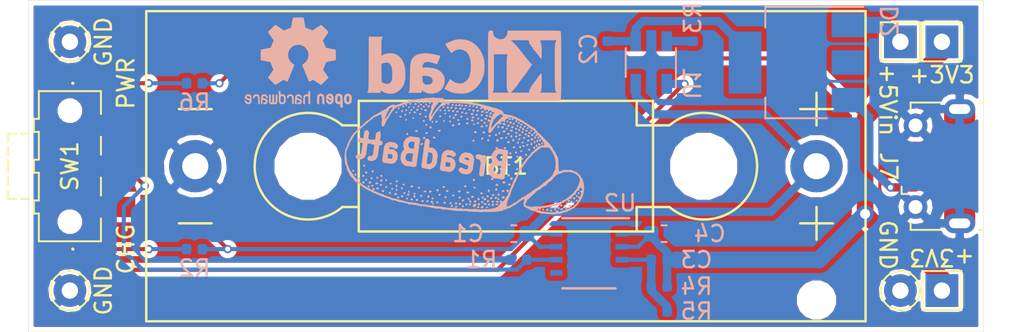
<source format=kicad_pcb>
(kicad_pcb (version 20171130) (host pcbnew 5.0.1+dfsg1-3)
  (layers (0 F.Cu signal) (31 B.Cu signal) (34 B.Paste user) (35 F.Paste user) (36 B.SilkS user) (37 F.SilkS user) (38 B.Mask user) (39 F.Mask user) (44 Edge.Cuts user))
  (net 0 "")
  (net 1 +BATT)
  (net 2 -BATT)
  (net 3 "Net-(C2-Pad2)")
  (net 4 +3V3)
  (net 5 "Net-(C3-Pad2)")
  (net 6 "Net-(D1-Pad2)")
  (net 7 "Net-(D1-Pad1)")
  (net 8 VBUS)
  (net 9 +5V)
  (net 10 "Net-(D3-Pad2)")
  (net 11 "Net-(R1-Pad2)")
  (net 12 "Net-(R3-Pad2)")
  (net 13 "Net-(U2-Pad5)")
  (net 14 "Net-(J7-Pad2)")
  (net 15 "Net-(J7-Pad4)")
  (net 16 "Net-(J7-Pad3)")
  (net 17 "Net-(SW1-Pad3)")
  (module KiCad:BHC-CR123A (layer F.Cu) (at 139.7 107.95 180)
    (fp_text reference BT1 (at 0 0 180) (layer F.SilkS))
    (fp_text value "3.7 V Li-Ion 16340")
    (pad 1 thru_hole circle (at -19 0 180) (size 3.2 3.2) (drill 1.6) (layers *.Cu *.Mask) (net 1 +BATT))
    (pad 2 thru_hole circle (at 19 0 180) (size 3.2 3.2) (drill 1.6) (layers *.Cu *.Mask) (net 2 -BATT))
    (pad "" np_thru_hole circle (at -19 -8.2 180) (size 1.8 1.8) (drill 1.8) (layers *.Cu *.Mask))
    (pad "" np_thru_hole circle (at -12.1 0 180) (size 3.5 3.5) (drill 3.5) (layers *.Cu *.Mask))
    (pad "" np_thru_hole circle (at 12.1 0 180) (size 3.5 3.5) (drill 3.5) (layers *.Cu *.Mask))
  )
  (module Capacitor_SMD:C_0603_1608Metric (layer B.Cu) (at 140.1825 112.084)
    (fp_text reference C1 (at -2.794 0) (layer B.SilkS) (effects (justify mirror)))
    (fp_text value 10u)
    (pad 1 smd roundrect (at -0.7875 0) (size 0.875 0.95) (layers B.Cu B.Paste B.Mask) (net 2 -BATT))
    (pad 2 smd roundrect (at 0.7875 0) (size 0.875 0.95) (layers B.Cu B.Paste B.Mask) (net 1 +BATT))
  )
  (module Capacitor_SMD:C_0402_1005Metric (layer B.Cu) (at 145.923 100.775 90)
    (fp_text reference C2 (at 0 -1.17 90) (layer B.SilkS) (effects (justify mirror)))
    (fp_text value 1u)
    (pad 1 smd roundrect (at -0.485 0 90) (size 0.59 0.64) (layers B.Cu B.Paste B.Mask) (net 2 -BATT))
    (pad 2 smd roundrect (at 0.485 0 90) (size 0.59 0.64) (layers B.Cu B.Paste B.Mask) (net 3 "Net-(C2-Pad2)"))
  )
  (module Capacitor_SMD:C_0402_1005Metric (layer B.Cu) (at 149.075 113.684 180)
    (fp_text reference C3 (at -2.286 0 180) (layer B.SilkS) (effects (justify mirror)))
    (fp_text value 470n)
    (pad 1 smd roundrect (at -0.485 0 180) (size 0.59 0.64) (layers B.Cu B.Paste B.Mask) (net 4 +3V3))
    (pad 2 smd roundrect (at 0.485 0 180) (size 0.59 0.64) (layers B.Cu B.Paste B.Mask) (net 5 "Net-(C3-Pad2)"))
  )
  (module Capacitor_SMD:C_0603_1608Metric (layer B.Cu) (at 149.3775 112.084)
    (fp_text reference C4 (at 2.794 0) (layer B.SilkS) (effects (justify mirror)))
    (fp_text value 10u)
    (pad 2 smd roundrect (at 0.7875 0) (size 0.875 0.95) (layers B.Cu B.Paste B.Mask) (net 2 -BATT))
    (pad 1 smd roundrect (at -0.7875 0) (size 0.875 0.95) (layers B.Cu B.Paste B.Mask) (net 4 +3V3))
  )
  (module LED_SMD:LED_0402_1005Metric (layer F.Cu) (at 114.3 113.03)
    (fp_text reference D1)
    (fp_text value "LED, Yellow")
    (pad 2 smd roundrect (at 0.485 0) (size 0.59 0.64) (layers F.Cu F.Paste F.Mask) (net 6 "Net-(D1-Pad2)"))
    (pad 1 smd roundrect (at -0.485 0) (size 0.59 0.64) (layers F.Cu F.Paste F.Mask) (net 7 "Net-(D1-Pad1)"))
  )
  (module Package_TO_SOT_SMD:SOT-223-3_TabPin2 (layer B.Cu) (at 157.48 101.6 180)
    (fp_text reference D2 (at -5.715 2.54 270) (layer B.SilkS) (effects (justify mirror)))
    (fp_text value BAT120C,115)
    (pad 2 smd rect (at 3.15 0 180) (size 2 3.8) (layers B.Cu B.Paste B.Mask) (net 3 "Net-(C2-Pad2)"))
    (pad 2 smd rect (at -3.15 0 180) (size 2 1.5) (layers B.Cu B.Paste B.Mask))
    (pad 3 smd rect (at -3.15 -2.3 180) (size 2 1.5) (layers B.Cu B.Paste B.Mask) (net 8 VBUS))
    (pad 1 smd rect (at -3.15 2.3 180) (size 2 1.5) (layers B.Cu B.Paste B.Mask) (net 9 +5V))
  )
  (module LED_SMD:LED_0402_1005Metric (layer F.Cu) (at 114.3 102.87)
    (fp_text reference D3)
    (fp_text value "LED, Green")
    (pad 1 smd roundrect (at -0.485 0) (size 0.59 0.64) (layers F.Cu F.Paste F.Mask) (net 2 -BATT))
    (pad 2 smd roundrect (at 0.485 0) (size 0.59 0.64) (layers F.Cu F.Paste F.Mask) (net 10 "Net-(D3-Pad2)"))
  )
  (module Connector_USB:USB_Micro-B_Molex-105017-0001 (layer F.Cu) (at 166.2176 107.95 90)
    (fp_text reference J7 (at 0 -3.1125 270 unlocked) (layer F.SilkS))
    (fp_text value Conn_01x05_Shielded)
    (pad SH smd rect (at 1 1.2375 90) (size 1.5 1.9) (layers F.Cu F.Paste F.Mask) (net 2 -BATT))
    (pad SH thru_hole circle (at -2.5 -1.4625 90) (size 1.45 1.45) (drill 0.85) (layers *.Cu *.Mask) (net 2 -BATT))
    (pad 2 smd rect (at -0.65 -1.4625 90) (size 0.4 1.35) (layers F.Cu F.Paste F.Mask) (net 14 "Net-(J7-Pad2)"))
    (pad 1 smd rect (at -1.3 -1.4625 90) (size 0.4 1.35) (layers F.Cu F.Paste F.Mask) (net 8 VBUS))
    (pad 5 smd rect (at 1.3 -1.4625 90) (size 0.4 1.35) (layers F.Cu F.Paste F.Mask) (net 2 -BATT))
    (pad 4 smd rect (at 0.65 -1.4625 90) (size 0.4 1.35) (layers F.Cu F.Paste F.Mask) (net 15 "Net-(J7-Pad4)"))
    (pad 3 smd rect (at 0 -1.4625 90) (size 0.4 1.35) (layers F.Cu F.Paste F.Mask) (net 16 "Net-(J7-Pad3)"))
    (pad SH thru_hole circle (at 2.5 -1.4625 90) (size 1.45 1.45) (drill 0.85) (layers *.Cu *.Mask) (net 2 -BATT))
    (pad SH smd rect (at -1 1.2375 90) (size 1.5 1.9) (layers F.Cu F.Paste F.Mask) (net 2 -BATT))
    (pad SH thru_hole oval (at -3.5 1.2375 270) (size 1.2 1.9) (drill oval 0.6 1.3) (layers *.Cu *.Mask) (net 2 -BATT))
    (pad SH thru_hole oval (at 3.5 1.2375 90) (size 1.2 1.9) (drill oval 0.6 1.3) (layers *.Cu *.Mask) (net 2 -BATT))
    (pad SH smd rect (at 2.9 1.2375 90) (size 1.2 1.9) (layers F.Cu F.Mask) (net 2 -BATT))
    (pad SH smd rect (at -2.9 1.2375 90) (size 1.2 1.9) (layers F.Cu F.Mask) (net 2 -BATT))
  )
  (module Resistor_SMD:R_0402_1005Metric (layer B.Cu) (at 140.485 113.684)
    (fp_text reference R1 (at -2.286 0) (layer B.SilkS) (effects (justify mirror)))
    (fp_text value 100k)
    (pad 2 smd roundrect (at 0.485 0) (size 0.59 0.64) (layers B.Cu B.Paste B.Mask) (net 11 "Net-(R1-Pad2)"))
    (pad 1 smd roundrect (at -0.485 0) (size 0.59 0.64) (layers B.Cu B.Paste B.Mask) (net 2 -BATT))
  )
  (module Resistor_SMD:R_0402_1005Metric (layer B.Cu) (at 120.65 113.03)
    (fp_text reference R2 (at 0 1.17) (layer B.SilkS) (effects (justify mirror)))
    (fp_text value 1k)
    (pad 2 smd roundrect (at 0.485 0) (size 0.59 0.64) (layers B.Cu B.Paste B.Mask) (net 1 +BATT))
    (pad 1 smd roundrect (at -0.485 0) (size 0.59 0.64) (layers B.Cu B.Paste B.Mask) (net 6 "Net-(D1-Pad2)"))
  )
  (module Resistor_SMD:R_0402_1005Metric (layer B.Cu) (at 151.13 100.775 90)
    (fp_text reference R3 (at 1.905 0 90) (layer B.SilkS) (effects (justify mirror)))
    (fp_text value 1k27)
    (pad 1 smd roundrect (at -0.485 0 90) (size 0.59 0.64) (layers B.Cu B.Paste B.Mask) (net 2 -BATT))
    (pad 2 smd roundrect (at 0.485 0 90) (size 0.59 0.64) (layers B.Cu B.Paste B.Mask) (net 12 "Net-(R3-Pad2)"))
  )
  (module Resistor_SMD:R_0402_1005Metric (layer B.Cu) (at 149.075 115.316)
    (fp_text reference R4 (at 2.286 0) (layer B.SilkS) (effects (justify mirror)))
    (fp_text value 5k6)
    (pad 2 smd roundrect (at 0.485 0) (size 0.59 0.64) (layers B.Cu B.Paste B.Mask) (net 4 +3V3))
    (pad 1 smd roundrect (at -0.485 0) (size 0.59 0.64) (layers B.Cu B.Paste B.Mask) (net 5 "Net-(C3-Pad2)"))
  )
  (module Resistor_SMD:R_0402_1005Metric (layer B.Cu) (at 149.075 116.84)
    (fp_text reference R5 (at 2.286 0) (layer B.SilkS) (effects (justify mirror)))
    (fp_text value 1k)
    (pad 1 smd roundrect (at -0.485 0) (size 0.59 0.64) (layers B.Cu B.Paste B.Mask) (net 2 -BATT))
    (pad 2 smd roundrect (at 0.485 0) (size 0.59 0.64) (layers B.Cu B.Paste B.Mask) (net 5 "Net-(C3-Pad2)"))
  )
  (module Resistor_SMD:R_0402_1005Metric (layer B.Cu) (at 120.65 102.87)
    (fp_text reference R6 (at 0 1.17) (layer B.SilkS) (effects (justify mirror)))
    (fp_text value 1k)
    (pad 1 smd roundrect (at -0.485 0) (size 0.59 0.64) (layers B.Cu B.Paste B.Mask) (net 10 "Net-(D3-Pad2)"))
    (pad 2 smd roundrect (at 0.485 0) (size 0.59 0.64) (layers B.Cu B.Paste B.Mask) (net 4 +3V3))
  )
  (module Package_TO_SOT_SMD:TSOT-23-5 (layer B.Cu) (at 148.59 101.6 90)
    (fp_text reference U1 (at -1.27 2.45 270 unlocked) (layer B.SilkS) (effects (justify mirror)))
    (fp_text value LTC4054ES5-4.2)
    (pad 1 smd rect (at -1.31 0.95 90) (size 1.22 0.65) (layers B.Cu B.Paste B.Mask) (net 7 "Net-(D1-Pad1)"))
    (pad 2 smd rect (at -1.31 0 90) (size 1.22 0.65) (layers B.Cu B.Paste B.Mask) (net 2 -BATT))
    (pad 3 smd rect (at -1.31 -0.95 90) (size 1.22 0.65) (layers B.Cu B.Paste B.Mask) (net 1 +BATT))
    (pad 4 smd rect (at 1.31 -0.95 90) (size 1.22 0.65) (layers B.Cu B.Paste B.Mask) (net 3 "Net-(C2-Pad2)"))
    (pad 5 smd rect (at 1.31 0.95 90) (size 1.22 0.65) (layers B.Cu B.Paste B.Mask) (net 12 "Net-(R3-Pad2)"))
  )
  (module Package_DFN_QFN:DFN-8-1EP_4x4mm_P0.8mm_EP2.5x3.6mm (layer B.Cu) (at 144.78 113.284 180)
    (fp_text reference U2 (at -1.905 3.075 180) (layer B.SilkS) (effects (justify mirror)))
    (fp_text value LD39200D)
    (pad 1 smd rect (at -2 1.2 180) (size 0.75 0.35) (layers B.Cu B.Paste B.Mask) (net 4 +3V3))
    (pad 2 smd rect (at -2 0.4 180) (size 0.75 0.35) (layers B.Cu B.Paste B.Mask) (net 4 +3V3))
    (pad 3 smd rect (at -2 -0.4 180) (size 0.75 0.35) (layers B.Cu B.Paste B.Mask) (net 5 "Net-(C3-Pad2)"))
    (pad 4 smd rect (at -2 -1.2 180) (size 0.75 0.35) (layers B.Cu B.Paste B.Mask) (net 2 -BATT))
    (pad 5 smd rect (at 2 -1.2 180) (size 0.75 0.35) (layers B.Cu B.Paste B.Mask) (net 13 "Net-(U2-Pad5)"))
    (pad 6 smd rect (at 2 -0.4 180) (size 0.75 0.35) (layers B.Cu B.Paste B.Mask) (net 11 "Net-(R1-Pad2)"))
    (pad 7 smd rect (at 2 0.4 180) (size 0.75 0.35) (layers B.Cu B.Paste B.Mask) (net 1 +BATT))
    (pad 8 smd rect (at 2 1.2 180) (size 0.75 0.35) (layers B.Cu B.Paste B.Mask) (net 1 +BATT))
    (pad 9 smd rect (at 0 0 180) (size 2.5 3.6) (layers B.Cu B.Mask) (net 2 -BATT))
  )
  (module TestPoint:TestPoint_THTPad_2.0x2.0mm_Drill1.0mm (layer F.Cu) (at 166.37 100.33 270)
    (fp_text reference J3 hide)
    (fp_text value +3V3 (at 2.032 0) (layer F.SilkS))
    (pad 1 thru_hole rect (at 0 0 270) (size 2 2) (drill 1) (layers *.Cu *.Mask) (net 4 +3V3))
  )
  (module TestPoint:TestPoint_THTPad_D2.0mm_Drill1.0mm (layer F.Cu) (at 113.03 115.57 90)
    (fp_text reference J4 hide)
    (fp_text value GND (at 0 2.05 90) (layer F.SilkS))
    (pad 1 thru_hole circle (at 0 0 90) (size 2 2) (drill 1) (layers *.Cu *.Mask) (net 2 -BATT))
  )
  (module TestPoint:TestPoint_THTPad_2.0x2.0mm_Drill1.0mm (layer F.Cu) (at 166.37 115.57 270)
    (fp_text reference J5 hide)
    (fp_text value +3V3 (at -2.032 0 180 unlocked) (layer F.SilkS))
    (pad 1 thru_hole rect (at 0 0 270) (size 2 2) (drill 1) (layers *.Cu *.Mask) (net 4 +3V3))
  )
  (module TestPoint:TestPoint_THTPad_D2.0mm_Drill1.0mm (layer F.Cu) (at 113.03 100.33 90)
    (fp_text reference J6 hide)
    (fp_text value GND (at 0 2.05 90) (layer F.SilkS))
    (pad 1 thru_hole circle (at 0 0 90) (size 2 2) (drill 1) (layers *.Cu *.Mask) (net 2 -BATT))
  )
  (module TestPoint:TestPoint_THTPad_2.0x2.0mm_Drill1.0mm (layer F.Cu) (at 163.83 100.33 270)
    (fp_text reference J1 hide)
    (fp_text value +5Vin (at 3.556 0.762 270 unlocked) (layer F.SilkS))
    (pad 1 thru_hole rect (at 0 0 270) (size 2 2) (drill 1) (layers *.Cu *.Mask) (net 9 +5V))
  )
  (module TestPoint:TestPoint_THTPad_D2.0mm_Drill1.0mm (layer F.Cu) (at 163.83 115.57 90)
    (fp_text reference J2 hide)
    (fp_text value GND (at 2.794 -0.762 270 unlocked) (layer F.SilkS))
    (pad 1 thru_hole circle (at 0 0 90) (size 2 2) (drill 1) (layers *.Cu *.Mask) (net 2 -BATT))
  )
  (module Button_Switch_SMD:SW_SPDT_CK-JS102011SAQN (layer F.Cu) (at 113.03 107.95 270)
    (fp_text reference SW1 (at 0 0 270) (layer F.SilkS))
    (fp_text value SW_SPDT)
    (pad "" np_thru_hole circle (at 3.4 0 270) (size 0.9 0.9) (drill 0.9) (layers *.Cu *.Mask))
    (pad "" np_thru_hole circle (at -3.4 0 270) (size 0.9 0.9) (drill 0.9) (layers *.Cu *.Mask))
    (pad 3 smd rect (at 2.5 -2.75 270) (size 1.25 2.5) (layers F.Cu F.Paste F.Mask) (net 17 "Net-(SW1-Pad3)"))
    (pad 2 smd rect (at 0 -2.75 270) (size 1.25 2.5) (layers F.Cu F.Paste F.Mask) (net 11 "Net-(R1-Pad2)"))
    (pad 1 smd rect (at -2.5 -2.75 270) (size 1.25 2.5) (layers F.Cu F.Paste F.Mask) (net 1 +BATT))
  )
  (module Symbol:Symbol_KiCAD-Logo_CopperAndSilkScreenTop (layer B.Cu) (at 137.16 101.6 180)
    (fp_text reference REF** hide)
    (fp_text value "KiCAD Logo" hide)
  )
  (module Symbol:OSHW-Logo2_7.3x6mm_SilkScreen (layer B.Cu) (at 127 101.6 180)
    (fp_text reference REF** hide)
    (fp_text value OSHW-Logo2_7.3x6mm_SilkScreen hide)
  )
  (module BreadBatt:BreadBatt (layer B.Cu) (at 137.16 107.315 180)
    (fp_text reference G*** hide)
    (fp_text value LOGO hide)
  )
  (gr_text BreadBatt (at 135.255 107.315 -8) (layer B.SilkS) (effects (font (size 1.524 1.27) (thickness 0.3048)) (justify mirror)))
  (gr_text CHG (at 116.459 113.03 90) (layer F.SilkS) (effects (font (size 1.016 1.016) (thickness 0.1524))))
  (gr_text PWR (at 116.459 102.87 90) (layer F.SilkS) (effects (font (size 1.016 1.016) (thickness 0.1524))))
  (gr_line (start 168.91 118.11) (end 168.91 97.79) (layer Edge.Cuts) (width 0.0254))
  (gr_line (start 110.49 118.11) (end 168.91 118.11) (layer Edge.Cuts) (width 0.0254))
  (gr_line (start 110.49 97.79) (end 110.49 118.11) (layer Edge.Cuts) (width 0.0254))
  (gr_line (start 168.91 97.79) (end 110.49 97.79) (layer Edge.Cuts) (width 0.0254))
  (segment (start 142.78 112.084) (end 140.97 112.084) (width 0.254) (layer B.Cu) (net 1))
  (segment (start 141.77 112.884) (end 140.97 112.084) (width 0.254) (layer B.Cu) (net 1))
  (segment (start 142.78 112.884) (end 141.77 112.884) (width 0.254) (layer B.Cu) (net 1))
  (segment (start 147.64 103.626522) (end 147.64 102.91) (width 0.508) (layer B.Cu) (net 1))
  (segment (start 158.7 107.95) (end 155.525 104.775) (width 0.508) (layer B.Cu) (net 1))
  (segment (start 148.788478 104.775) (end 147.64 103.626522) (width 0.508) (layer B.Cu) (net 1))
  (segment (start 155.525 104.775) (end 148.788478 104.775) (width 0.508) (layer B.Cu) (net 1))
  (segment (start 140.97 112.084) (end 142.31 110.744) (width 0.508) (layer B.Cu) (net 1))
  (segment (start 158.7 107.95) (end 155.906 110.744) (width 0.508) (layer B.Cu) (net 1))
  (segment (start 142.31 110.744) (end 154.94 110.744) (width 0.508) (layer B.Cu) (net 1))
  (segment (start 155.906 110.744) (end 154.94 110.744) (width 0.508) (layer B.Cu) (net 1))
  (segment (start 140.97 112.084) (end 140.024 113.03) (width 0.254) (layer B.Cu) (net 1))
  (segment (start 121.135 113.03) (end 122.682 113.03) (width 0.254) (layer B.Cu) (net 1))
  (segment (start 123.04121 113.03) (end 122.682 113.03) (width 0.254) (layer B.Cu) (net 1))
  (segment (start 140.024 113.03) (end 123.04121 113.03) (width 0.254) (layer B.Cu) (net 1))
  (via (at 122.682 113.03) (size 0.508) (drill 0.3048) (layers F.Cu B.Cu) (net 1))
  (segment (start 116.118 105.45) (end 115.78 105.45) (width 0.254) (layer F.Cu) (net 1))
  (segment (start 117.856 107.188) (end 116.118 105.45) (width 0.254) (layer F.Cu) (net 1))
  (segment (start 117.856 108.204) (end 117.856 107.188) (width 0.254) (layer F.Cu) (net 1))
  (segment (start 122.682 113.03) (end 117.856 108.204) (width 0.254) (layer F.Cu) (net 1))
  (segment (start 147.64 100.29) (end 145.923 100.29) (width 0.508) (layer B.Cu) (net 3))
  (segment (start 154.33 100.7) (end 154.33 101.6) (width 0.508) (layer B.Cu) (net 3))
  (segment (start 152.69 99.06) (end 154.33 100.7) (width 0.508) (layer B.Cu) (net 3))
  (segment (start 148.082 99.06) (end 152.69 99.06) (width 0.508) (layer B.Cu) (net 3))
  (segment (start 147.64 100.29) (end 147.64 99.502) (width 0.508) (layer B.Cu) (net 3))
  (segment (start 147.64 99.502) (end 148.082 99.06) (width 0.508) (layer B.Cu) (net 3))
  (segment (start 146.78 112.084) (end 148.59 112.084) (width 0.254) (layer B.Cu) (net 4))
  (segment (start 147.79 112.884) (end 148.59 112.084) (width 0.254) (layer B.Cu) (net 4))
  (segment (start 146.78 112.884) (end 147.79 112.884) (width 0.254) (layer B.Cu) (net 4))
  (segment (start 148.59 112.268) (end 148.59 112.084) (width 0.508) (layer B.Cu) (net 4))
  (segment (start 149.56 113.684) (end 150.114 113.684) (width 0.508) (layer B.Cu) (net 4))
  (segment (start 149.56 113.684) (end 149.56 115.316) (width 0.508) (layer B.Cu) (net 4))
  (via (at 161.671008 110.871008) (size 1.016) (drill 0.6096) (layers F.Cu B.Cu) (net 4))
  (via (at 122.174 102.87) (size 0.508) (drill 0.3048) (layers F.Cu B.Cu) (net 4))
  (segment (start 122.174 102.87) (end 121.135 102.87) (width 0.254) (layer B.Cu) (net 4))
  (segment (start 123.698 101.346) (end 122.174 102.87) (width 0.254) (layer F.Cu) (net 4))
  (segment (start 161.671 105.029) (end 157.988 101.346) (width 0.254) (layer F.Cu) (net 4))
  (segment (start 157.988 101.346) (end 123.698 101.346) (width 0.254) (layer F.Cu) (net 4))
  (segment (start 149.56 113.238) (end 148.59 112.268) (width 0.508) (layer B.Cu) (net 4))
  (segment (start 149.56 113.684) (end 149.56 113.238) (width 0.508) (layer B.Cu) (net 4))
  (segment (start 158.858016 113.684) (end 159.766 112.776016) (width 1.016) (layer B.Cu) (net 4))
  (segment (start 150.114 113.684) (end 158.858016 113.684) (width 1.016) (layer B.Cu) (net 4))
  (segment (start 161.671008 110.871008) (end 158.858016 113.684) (width 1.016) (layer B.Cu) (net 4))
  (segment (start 164.084 102.616) (end 161.671 105.029) (width 1.016) (layer F.Cu) (net 4))
  (segment (start 164.732722 102.616) (end 164.084 102.616) (width 1.016) (layer F.Cu) (net 4))
  (segment (start 166.37 100.33) (end 166.37 100.978722) (width 1.016) (layer F.Cu) (net 4))
  (segment (start 166.37 100.978722) (end 164.732722 102.616) (width 1.016) (layer F.Cu) (net 4))
  (segment (start 164.846 113.284) (end 164.084 113.284) (width 1.016) (layer F.Cu) (net 4))
  (segment (start 166.37 114.808) (end 164.846 113.284) (width 1.016) (layer F.Cu) (net 4))
  (segment (start 161.671 105.664) (end 161.671 105.029) (width 1.016) (layer F.Cu) (net 4))
  (segment (start 166.37 115.57) (end 166.37 114.808) (width 1.016) (layer F.Cu) (net 4))
  (segment (start 164.084 113.284) (end 161.671 110.871) (width 1.016) (layer F.Cu) (net 4))
  (segment (start 161.671 110.871) (end 161.671 105.664) (width 1.016) (layer F.Cu) (net 4))
  (segment (start 146.78 113.684) (end 148.59 113.684) (width 0.254) (layer B.Cu) (net 5))
  (segment (start 148.613 113.707) (end 148.59 113.684) (width 0.508) (layer B.Cu) (net 5))
  (segment (start 148.59 115.316) (end 148.59 113.684) (width 0.508) (layer B.Cu) (net 5))
  (segment (start 149.56 116.54) (end 149.56 116.84) (width 0.508) (layer B.Cu) (net 5))
  (segment (start 148.59 115.316) (end 148.59 115.57) (width 0.508) (layer B.Cu) (net 5))
  (segment (start 148.59 115.57) (end 149.56 116.54) (width 0.508) (layer B.Cu) (net 5))
  (via (at 117.856 113.03) (size 0.508) (drill 0.3048) (layers F.Cu B.Cu) (net 6))
  (segment (start 120.165 113.03) (end 117.856 113.03) (width 0.254) (layer B.Cu) (net 6))
  (segment (start 114.785 113.03) (end 117.856 113.03) (width 0.254) (layer F.Cu) (net 6))
  (via (at 150.622 102.91) (size 0.508) (drill 0.3048) (layers F.Cu B.Cu) (net 7))
  (segment (start 149.54 102.91) (end 150.622 102.91) (width 0.508) (layer B.Cu) (net 7))
  (segment (start 150.582 102.91) (end 150.622 102.91) (width 0.254) (layer F.Cu) (net 7))
  (segment (start 139.192 114.3) (end 150.582 102.91) (width 0.254) (layer F.Cu) (net 7))
  (segment (start 113.815 113.03) (end 115.085 114.3) (width 0.254) (layer F.Cu) (net 7))
  (segment (start 115.085 114.3) (end 139.192 114.3) (width 0.254) (layer F.Cu) (net 7))
  (via (at 163.225 109.25) (size 0.508) (drill 0.3048) (layers F.Cu B.Cu) (net 8))
  (segment (start 160.88 103.9) (end 160.63 103.9) (width 0.508) (layer B.Cu) (net 8))
  (segment (start 163.225 109.25) (end 161.925 107.95) (width 0.508) (layer B.Cu) (net 8))
  (segment (start 161.925 107.95) (end 161.925 104.945) (width 0.508) (layer B.Cu) (net 8))
  (segment (start 161.925 104.945) (end 160.88 103.9) (width 0.508) (layer B.Cu) (net 8))
  (segment (start 164.7551 109.25) (end 163.225 109.25) (width 0.508) (layer F.Cu) (net 8))
  (segment (start 162.8 99.3) (end 160.63 99.3) (width 1.016) (layer B.Cu) (net 9))
  (segment (start 163.83 100.33) (end 162.8 99.3) (width 1.016) (layer B.Cu) (net 9))
  (segment (start 114.785 102.87) (end 117.856 102.87) (width 0.254) (layer F.Cu) (net 10))
  (segment (start 120.165 102.87) (end 117.856 102.87) (width 0.254) (layer B.Cu) (net 10))
  (via (at 117.856 102.87) (size 0.508) (drill 0.3048) (layers F.Cu B.Cu) (net 10))
  (segment (start 142.78 113.684) (end 140.97 113.684) (width 0.254) (layer B.Cu) (net 11))
  (segment (start 140.97 113.684) (end 140.37059 114.28341) (width 0.254) (layer B.Cu) (net 11))
  (segment (start 117.45841 114.28341) (end 116.332 113.157) (width 0.254) (layer B.Cu) (net 11))
  (segment (start 140.37059 114.28341) (end 117.45841 114.28341) (width 0.254) (layer B.Cu) (net 11))
  (via (at 117.602 109.1565) (size 0.508) (drill 0.3048) (layers F.Cu B.Cu) (net 11))
  (segment (start 116.405 107.95) (end 117.602 109.147) (width 0.254) (layer F.Cu) (net 11))
  (segment (start 115.78 107.95) (end 116.405 107.95) (width 0.254) (layer F.Cu) (net 11))
  (segment (start 117.602 109.147) (end 117.602 109.1565) (width 0.254) (layer F.Cu) (net 11))
  (segment (start 117.602 109.1565) (end 116.332 110.4265) (width 0.254) (layer B.Cu) (net 11))
  (segment (start 116.332 110.4265) (end 116.332 113.157) (width 0.254) (layer B.Cu) (net 11))
  (segment (start 151.13 100.29) (end 149.54 100.29) (width 0.508) (layer B.Cu) (net 12))
  (zone (net 2) (net_name -BATT) (layer B.Cu) (connect_pads thru_hole_only (clearance 0.3048)) (min_thickness 0.1524) (fill yes (arc_segments 16) (thermal_gap 0.3048) (thermal_bridge_width 0.508))
    (polygon (pts (xy 110.49 97.79) (xy 168.91 97.79) (xy 168.91 118.11) (xy 110.49 118.11)))
  )
  (zone (net 2) (net_name -BATT) (layer F.Cu) (connect_pads thru_hole_only (clearance 0.3048)) (min_thickness 0.1524) (fill yes (arc_segments 16) (thermal_gap 0.3048) (thermal_bridge_width 0.508))
    (polygon (pts (xy 110.49 97.79) (xy 168.91 97.79) (xy 168.91 118.11) (xy 110.49 118.11)))
  )
)
</source>
